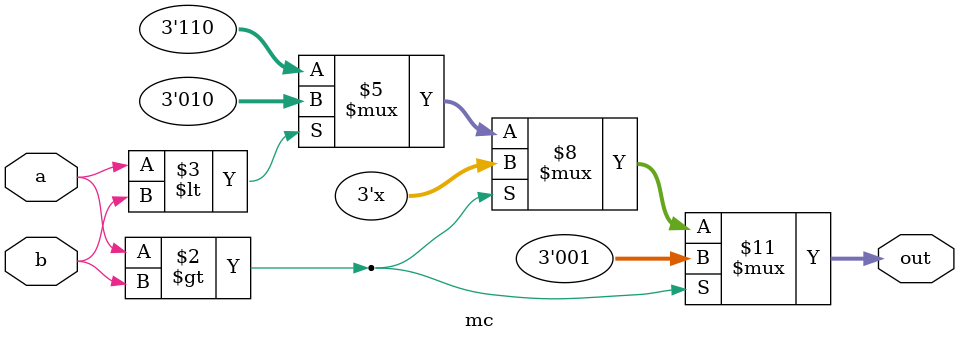
<source format=v>
module mc(a,b,out);
  input a,b;
  output [2:0]out;
  reg [2:0]out;
  always@(*)
  begin
  if(a > b)
    out=3'b001;
  else if(a<b)
    out=3'b010;
  else
    out=3'b110;
  end
endmodule
</source>
